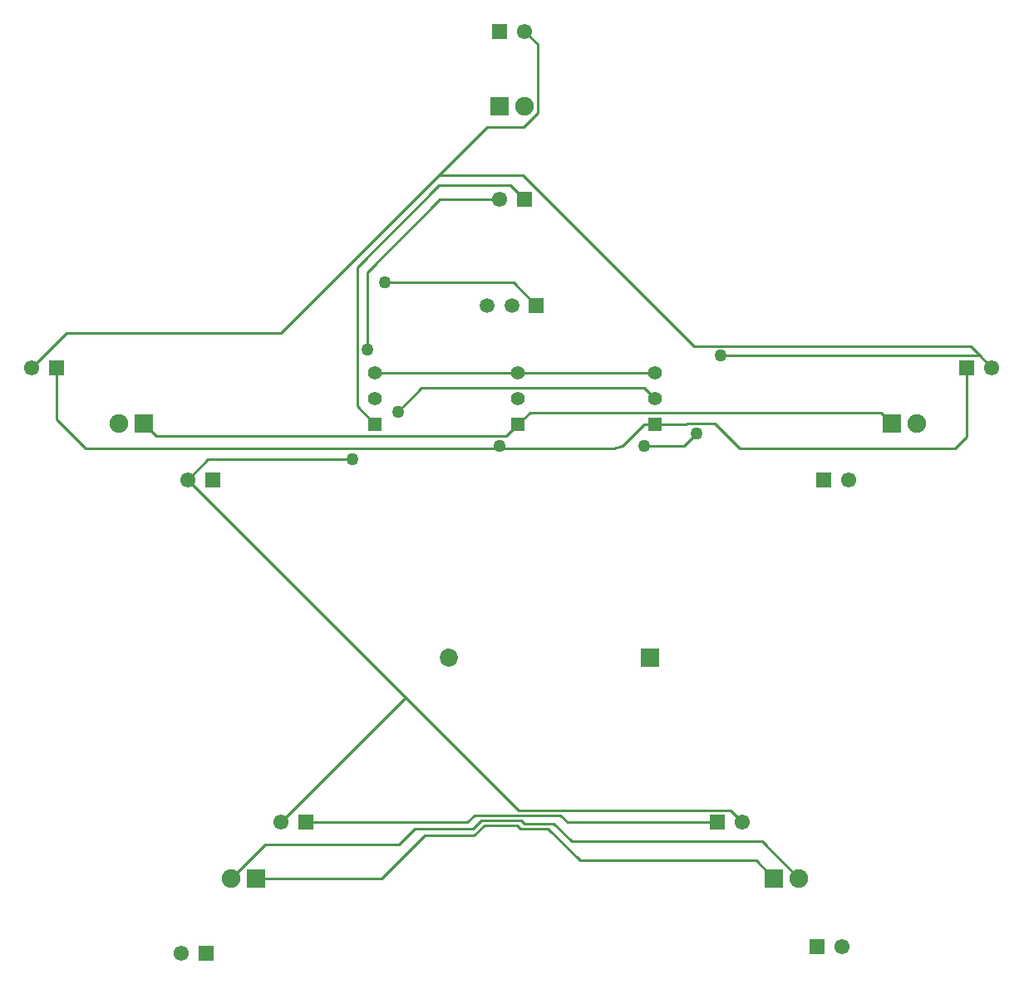
<source format=gbl>
G04*
G04 #@! TF.GenerationSoftware,Altium Limited,Altium Designer,23.0.1 (38)*
G04*
G04 Layer_Physical_Order=2*
G04 Layer_Color=16711680*
%FSLAX44Y44*%
%MOMM*%
G71*
G04*
G04 #@! TF.SameCoordinates,DBD969FD-5544-4FB8-9625-6CD88A766504*
G04*
G04*
G04 #@! TF.FilePolarity,Positive*
G04*
G01*
G75*
%ADD13C,0.2540*%
%ADD28C,1.9000*%
%ADD29R,1.9000X1.9000*%
%ADD35R,1.4000X1.4000*%
%ADD36C,1.4000*%
%ADD37C,1.8500*%
%ADD38R,1.8500X1.8500*%
%ADD39R,1.5000X1.5000*%
%ADD40C,1.5000*%
%ADD41C,1.5500*%
%ADD42R,1.5500X1.5500*%
%ADD43C,1.2700*%
D13*
X387198Y622413D02*
X503484D01*
X-34188D02*
X387198D01*
X867551Y726299D02*
X876949Y716901D01*
X325222Y900797D02*
X374498Y950073D01*
X164694Y740269D02*
X325222Y900797D01*
X190500Y241300D02*
X354686D01*
X361840Y248454D01*
X449409D01*
X456563Y241300D01*
X609600D01*
X394413Y635113D02*
X406400Y647100D01*
X37987Y635113D02*
X394413D01*
X25400Y647700D02*
X37987Y635113D01*
X406400Y647100D02*
X418289Y658989D01*
X776111D01*
X787400Y647700D01*
X139700Y184150D02*
X267197D01*
X310744Y227697D01*
X361107D01*
X371704Y238294D01*
X405358D01*
X408915Y234737D01*
X436546D01*
X469240Y202043D01*
X648857D01*
X666750Y184150D01*
X-63500Y651725D02*
Y704850D01*
Y651725D02*
X-34188Y622413D01*
X503484D02*
X512380Y624699D01*
X534781Y647100D01*
X387198Y622413D02*
Y624699D01*
X534781Y647100D02*
X546100D01*
X69850Y590550D02*
X292100Y368300D01*
X406795Y253605D01*
X622695D01*
X635000Y241300D01*
X165100D02*
X292100Y368300D01*
X326716Y876300D02*
X387350D01*
X252324Y801909D02*
X326716Y876300D01*
X252324Y723250D02*
Y801909D01*
X-88900Y704850D02*
X-53481Y740269D01*
X374498Y950073D02*
X411836D01*
X426060Y964297D01*
Y1034440D01*
X412750Y1047750D02*
X426060Y1034440D01*
X585318Y726299D02*
X867551D01*
X410820Y900797D02*
X585318Y726299D01*
X325222Y900797D02*
X410820D01*
X-53481Y740269D02*
X164694D01*
X863600Y634605D02*
Y704850D01*
X851154Y622159D02*
X863600Y634605D01*
X631849Y622159D02*
X851154D01*
X606250Y647758D02*
X631849Y622159D01*
X578102Y647758D02*
X606250D01*
X577444Y647100D02*
X578102Y647758D01*
X546100Y647100D02*
X577444D01*
X574904Y624699D02*
X587604Y637399D01*
X534550Y624699D02*
X574904D01*
X876949Y716901D02*
X889000Y704850D01*
X612496Y716901D02*
X876949D01*
X401677Y791323D02*
X424650Y768350D01*
X270908Y791323D02*
X401677D01*
X398413Y890638D02*
X412750Y876300D01*
X325731Y890638D02*
X398413D01*
X242164Y807071D02*
X325731Y890638D01*
X242164Y665286D02*
Y807071D01*
Y665286D02*
X260350Y647100D01*
X90283Y610983D02*
X237084D01*
X69850Y590550D02*
X90283Y610983D01*
X535065Y684135D02*
X546100Y673100D01*
X307950Y684135D02*
X535065D01*
X283820Y660005D02*
X307950Y684135D01*
X654699Y221601D02*
X692150Y184150D01*
X460858Y221601D02*
X654699D01*
X442570Y239889D02*
X460858Y221601D01*
X413035Y239889D02*
X442570D01*
X409550Y243374D02*
X413035Y239889D01*
X369093Y243374D02*
X409550D01*
X360274Y234555D02*
X369093Y243374D01*
X301346Y234555D02*
X360274D01*
X285090Y218299D02*
X301346Y234555D01*
X148449Y218299D02*
X285090D01*
X114300Y184150D02*
X148449Y218299D01*
X260350Y699100D02*
X406400D01*
X546100D01*
D28*
X412750Y971550D02*
D03*
X-0Y647700D02*
D03*
X114300Y184150D02*
D03*
X692150D02*
D03*
X812800Y647700D02*
D03*
D29*
X387350Y971550D02*
D03*
X25400Y647700D02*
D03*
X139700Y184150D02*
D03*
X666750D02*
D03*
X787400Y647700D02*
D03*
D35*
X546100Y647100D02*
D03*
X260350D02*
D03*
X406400D02*
D03*
D36*
X546100Y699100D02*
D03*
Y673100D02*
D03*
X260350Y699100D02*
D03*
Y673100D02*
D03*
X406400Y699100D02*
D03*
Y673100D02*
D03*
D37*
X335700Y408940D02*
D03*
D38*
X540600D02*
D03*
D39*
X424650Y768350D02*
D03*
D40*
X399650D02*
D03*
X374650D02*
D03*
D41*
X412750Y1047750D02*
D03*
X69850Y590550D02*
D03*
X165100Y241300D02*
D03*
X635000D02*
D03*
X742950Y590550D02*
D03*
X387350Y876300D02*
D03*
X-88900Y704850D02*
D03*
X63500Y107950D02*
D03*
X736600Y114300D02*
D03*
X889000Y704850D02*
D03*
D42*
X387350Y1047750D02*
D03*
X95250Y590550D02*
D03*
X190500Y241300D02*
D03*
X609600D02*
D03*
X717550Y590550D02*
D03*
X412750Y876300D02*
D03*
X-63500Y704850D02*
D03*
X88900Y107950D02*
D03*
X711200Y114300D02*
D03*
X863600Y704850D02*
D03*
D43*
X387198Y624699D02*
D03*
X252324Y723250D02*
D03*
X587604Y637399D02*
D03*
X534550Y624699D02*
D03*
X612496Y716901D02*
D03*
X270908Y791323D02*
D03*
X237084Y610983D02*
D03*
X283820Y660005D02*
D03*
M02*

</source>
